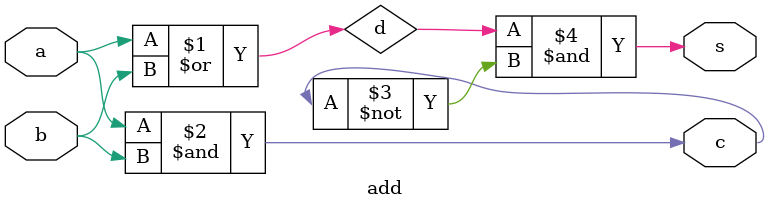
<source format=sv>
module add2 ;
logic x, y, car, sum;
add adder(x, y, car, sum);

initial begin
    $dumpfile("add.vcd");
    $dumpvars(0, add2);
    $display ("%t: x = %b, y = %b, car = %b, sum = %b",  $time, x, y, car, sum);
    x = 0; y = 0; #2
    x = 1; #2
    y = 1; #2 
    x = 0; #2
    $finish;
end
endmodule

module add(
    input logic a, b,
    output logic c, s
);

logic d;

assign d = a | b ;
assign c = a & b ;
assign s = d & ~c ;

endmodule
</source>
